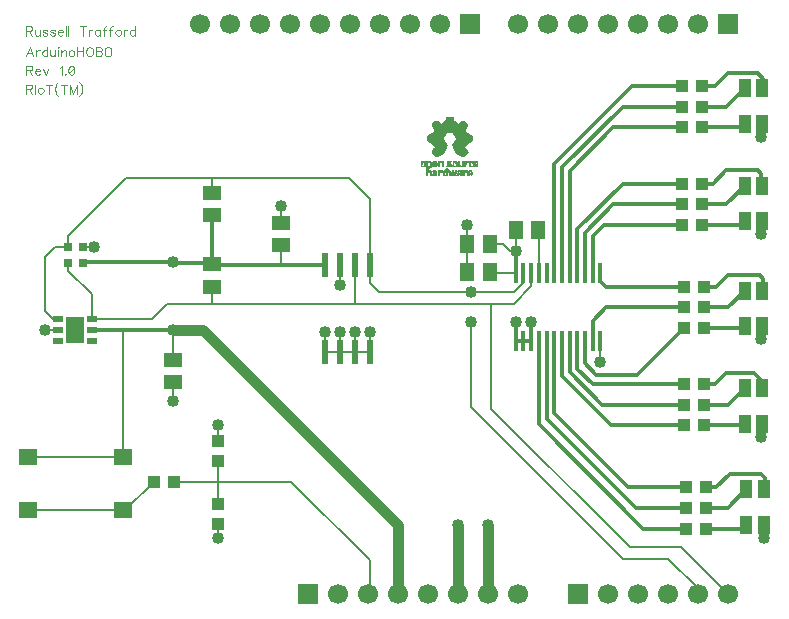
<source format=gtl>
G04 DipTrace 3.1.0.0*
G04 ArduinoUnoHOBO.gtl*
%MOIN*%
G04 #@! TF.FileFunction,Copper,L1,Top*
G04 #@! TF.Part,Single*
%ADD12C,0.003*%
G04 #@! TA.AperFunction,Conductor*
%ADD11C,0.006*%
%ADD13C,0.036*%
%ADD14C,0.012*%
G04 #@! TA.AperFunction,ComponentPad*
%ADD17R,0.066929X0.066929*%
%ADD18C,0.066929*%
%ADD19R,0.03937X0.043307*%
%ADD20R,0.051181X0.059055*%
%ADD21R,0.059055X0.051181*%
%ADD22R,0.023622X0.07874*%
%ADD24R,0.033465X0.019685*%
%ADD25R,0.062992X0.086614*%
%ADD27R,0.043307X0.059055*%
%ADD29R,0.027559X0.029528*%
%ADD30R,0.043307X0.03937*%
%ADD33R,0.062992X0.055118*%
%ADD34R,0.015748X0.070866*%
G04 #@! TA.AperFunction,ViaPad*
%ADD35C,0.04*%
%ADD68C,0.004632*%
%FSLAX26Y26*%
G04*
G70*
G90*
G75*
G01*
G04 Top*
%LPD*%
X1794000Y494000D2*
D13*
Y725432D1*
X1144079Y1375353D1*
X1044068D1*
D14*
X877728D1*
X775392D1*
X775290Y1375251D1*
X1175332Y1593921D2*
Y1756848D1*
X744037Y1597232D2*
Y1600377D1*
X1044068D1*
Y1597232D1*
X1172021D1*
X1175332Y1593921D1*
X1550371Y1591684D2*
X1406709D1*
X1177570D1*
X1175332Y1593921D1*
X1406709Y1656735D2*
D11*
Y1591684D1*
X1044068Y1275343D2*
Y1375353D1*
X877728Y950308D2*
X562768D1*
X877728D2*
Y1375353D1*
X3009573Y1062820D2*
D14*
X3006774D1*
Y1019066D1*
X3009573Y1387854D2*
X3006774D1*
Y1344100D1*
X3009573Y1737891D2*
X3006774D1*
Y1694136D1*
X3009573Y2062925D2*
X3006774D1*
Y2019171D1*
X3015555Y725239D2*
Y681530D1*
X2187938Y1566196D2*
Y1637881D1*
Y1337849D2*
X2213529D1*
X2239119D2*
X2213529D1*
X2187938D2*
Y1400356D1*
X2239119Y1337849D2*
Y1400356D1*
X2188143Y1706638D2*
D11*
X2187938Y1637881D1*
Y1566196D2*
X2103357D1*
X2100429Y1569123D1*
Y1662883D2*
X2144184D1*
X2169186Y1637881D1*
X2187938D1*
X1550371Y1300345D2*
X1600371D1*
X1650371D2*
X1600371D1*
X1700371D2*
X1650371D1*
X1406709Y1731538D2*
Y1787896D1*
X1600371Y1591684D2*
Y1525369D1*
Y1300345D2*
Y1369102D1*
X1650382Y1300345D2*
Y1369102D1*
X1700371Y1300345D2*
Y1369102D1*
X1550371Y1300345D2*
Y1369102D1*
X1994000Y494000D2*
D13*
Y725285D1*
X2094000Y494000D2*
Y725463D1*
X1044068Y1200539D2*
D11*
Y1137828D1*
X2469434Y1337849D2*
Y1269092D1*
X744037Y1650382D2*
X781541D1*
X661117Y1375251D2*
X619126Y1375353D1*
X2025626Y1662883D2*
Y1725390D1*
Y1569123D2*
Y1662883D1*
X1194084Y1004736D2*
Y1056570D1*
Y727113D2*
Y681530D1*
X2315891Y1337849D2*
D14*
Y1097385D1*
X2562978Y850298D1*
X2754537D1*
X2290301Y1337849D2*
Y1079220D1*
X2587980Y781541D1*
X2754537D1*
X2264710Y1337849D2*
Y1061056D1*
X2612983Y712783D1*
X2754240D1*
X2754286Y712738D1*
X2392663Y1337849D2*
Y1245636D1*
X2444215Y1194084D1*
X2748298D1*
X2748304Y1194077D1*
X2367072Y1337849D2*
Y1233723D1*
X2475469Y1125327D1*
X2748286D1*
X2341482Y1337849D2*
Y1221810D1*
X2506722Y1056570D1*
X2748303D1*
X2748304Y1056571D1*
X2469434Y1566203D2*
Y1537654D1*
X2487970Y1519118D1*
X2748286D1*
X2443844Y1337849D2*
Y1406235D1*
X2487970Y1450361D1*
X2748286D1*
X2418253Y1337849D2*
Y1263801D1*
X2456717Y1225337D1*
X2592037D1*
X2748304Y1381605D1*
X2392663Y1566196D2*
Y1711341D1*
X2544226Y1862904D1*
X2742035D1*
X2418253Y1566196D2*
Y1699428D1*
X2512972Y1794147D1*
X2742035D1*
X2443844Y1566196D2*
Y1687514D1*
X2481720Y1725391D1*
X2742054D1*
X2315891Y1566196D2*
Y1928350D1*
X2575479Y2187938D1*
X2742173D1*
X2742304Y2188070D1*
X2341482Y1566196D2*
Y1916437D1*
X2544226Y2119181D1*
X2742173D1*
X2742304Y2119312D1*
X2367072Y1566196D2*
Y1904524D1*
X2512974Y2050425D1*
X2742054D1*
X877728Y773143D2*
D11*
X562768D1*
X877728D2*
X885655D1*
X981562Y869050D1*
X2264710Y1566196D2*
Y1704874D1*
X2262946Y1706638D1*
X2821466Y781541D2*
D14*
X2894692D1*
X2956500Y843349D1*
X2815215Y1450361D2*
X2894915D1*
X2950518Y1505965D1*
X2815215Y1125327D2*
X2894915D1*
X2950518Y1180930D1*
X2809234Y2119312D2*
X2888795D1*
X2950518Y2181035D1*
X2808965Y1794147D2*
X2888664D1*
X2950518Y1856001D1*
X2821466Y850298D2*
X2856759D1*
X2900513Y894052D1*
X3006774D1*
X3019276Y881551D1*
Y847070D1*
X3015555Y843349D1*
X2815215Y1519118D2*
X2856759D1*
X2894262Y1556622D1*
X3000524D1*
X3013025Y1544121D1*
Y1509416D1*
X3009573Y1505965D1*
X2815234Y1194077D2*
X2850501D1*
X2888012Y1231588D1*
X2981772D1*
X3006774Y1206585D1*
Y1180930D1*
X3009573D1*
X2809234Y2188070D2*
X2850639D1*
X2894262Y2231693D1*
X2994273D1*
X3013025Y2212941D1*
Y2184487D1*
X3009573Y2181035D1*
X2808965Y1862904D2*
X2844257D1*
X2888012Y1906659D1*
X2994273D1*
X3006774Y1894157D1*
Y1858801D1*
X3009573Y1856001D1*
X2821215Y712738D2*
X2943999D1*
X2956500Y725239D1*
X2815234Y1381605D2*
X2944269D1*
X2950518Y1387854D1*
X2815234Y1056571D2*
X2944269D1*
X2950518Y1062820D1*
X2808983Y2050425D2*
X2938018D1*
X2950518Y2062925D1*
X2808983Y1725391D2*
X2938018D1*
X2950518Y1737891D1*
X1048491Y869050D2*
D11*
X1194084D1*
X1437860D1*
X1700387Y606522D1*
Y500387D1*
X1694000Y494000D1*
X1194084Y937807D2*
Y869050D1*
Y794042D2*
Y869050D1*
X2239119Y1566196D2*
Y1520294D1*
X2181688Y1462862D1*
X2106680D1*
X1650371D1*
Y1591684D1*
X696793Y1597232D2*
Y1572613D1*
X775290Y1494115D1*
Y1412652D1*
X1650371Y1462862D2*
X1175332D1*
X1025316D1*
X975106Y1412652D1*
X775290D1*
X1175332Y1519118D2*
Y1462862D1*
X2894000Y494000D2*
Y494273D1*
X2737996Y650277D1*
X2569228D1*
X2106680Y1112825D1*
Y1462862D1*
X2213529Y1566196D2*
Y1532207D1*
X2181688Y1500366D1*
X2037923D1*
X1731640D1*
X1700387Y1531619D1*
Y1591668D1*
X1700371Y1591684D1*
X696793Y1650382D2*
X650277D1*
X619024Y1619129D1*
Y1437860D1*
X644026Y1412857D1*
X660912D1*
X661117Y1412652D1*
X1700371Y1591684D2*
Y1812915D1*
X1631630Y1881656D1*
X1175332D1*
X887802D1*
X694031Y1687886D1*
Y1653143D1*
X696793Y1650382D1*
X1175332Y1831651D2*
Y1881656D1*
X2794000Y494000D2*
Y513014D1*
X2694241Y612773D1*
X2544226D1*
X2037923Y1119076D1*
Y1400356D1*
D35*
X1044068Y1375353D3*
Y1600377D3*
X3006774Y1019066D3*
Y1344100D3*
Y1694136D3*
Y2019171D3*
X3015555Y681530D3*
X2187938Y1637881D3*
Y1400356D3*
X2239119D3*
X1406709Y1787896D3*
X1600371Y1525369D3*
Y1369102D3*
X1650382D3*
X1700371D3*
X1550371D3*
X1994000Y725285D3*
X2094000Y725463D3*
X1044068Y1137828D3*
X2469434Y1269092D3*
X781541Y1650382D3*
X619126Y1375353D3*
X2025626Y1725390D3*
X1194084Y1056570D3*
Y681530D3*
X2037923Y1400356D3*
Y1500366D3*
D17*
X2394000Y494000D3*
D18*
X2494000D3*
X2594000D3*
X2694000D3*
X2794000D3*
X2894000D3*
D19*
X1194084Y794042D3*
Y727113D3*
D20*
X2100429Y1569123D3*
X2025626D3*
X2100429Y1662883D3*
X2025626D3*
D21*
X1044068Y1275343D3*
Y1200539D3*
X1406709Y1656735D3*
Y1731538D3*
D17*
X2894000Y2394000D3*
D18*
X2794000D3*
X2694000D3*
X2594000D3*
X2494000D3*
X2394000D3*
X2294000D3*
X2194000D3*
D17*
X2034000D3*
D18*
X1934000D3*
X1834000D3*
X1734000D3*
X1634000D3*
X1534000D3*
X1434000D3*
X1334000D3*
X1234000D3*
X1134000D3*
D22*
X1550371Y1300345D3*
X1600371D3*
X1650371D3*
X1700371D3*
Y1591684D3*
X1650371D3*
X1600371D3*
X1550371D3*
D24*
X661117Y1412652D3*
Y1375251D3*
Y1337849D3*
X775290D3*
Y1375251D3*
Y1412652D3*
D25*
X718203Y1375251D3*
D27*
X2956500Y725239D3*
X3015555D3*
X2956500Y843349D3*
X3015555D3*
X2950518Y1387854D3*
X3009573D3*
X2950518Y1505965D3*
X3009573D3*
X2950518Y1062820D3*
X3009573D3*
X2950518Y1180930D3*
X3009573D3*
X2950518Y2062925D3*
X3009573D3*
X2950518Y2181035D3*
X3009573D3*
X2950518Y1737891D3*
X3009573D3*
X2950518Y1856001D3*
X3009573D3*
D29*
X744037Y1650382D3*
X696793D3*
X744037Y1597232D3*
X696793D3*
D17*
X1494000Y494000D3*
D18*
X1594000D3*
X1694000D3*
X1794000D3*
X1894000D3*
X1994000D3*
X2094000D3*
X2194000D3*
D20*
X2262946Y1706638D3*
X2188143D3*
D19*
X1194084Y937807D3*
Y1004736D3*
D30*
X981562Y869050D3*
X1048491D3*
D21*
X1175332Y1831651D3*
Y1756848D3*
Y1519118D3*
Y1593921D3*
D30*
X2754537Y850298D3*
X2821466D3*
X2748286Y1519118D3*
X2815215D3*
X2748304Y1194077D3*
X2815234D3*
X2742304Y2188070D3*
X2809234D3*
X2742035Y1862904D3*
X2808965D3*
X2754537Y781541D3*
X2821466D3*
X2748286Y1450361D3*
X2815215D3*
X2748286Y1125327D3*
X2815215D3*
X2742304Y2119312D3*
X2809234D3*
X2742035Y1794147D3*
X2808965D3*
X2754286Y712738D3*
X2821215D3*
X2748304Y1381605D3*
X2815234D3*
X2748304Y1056571D3*
X2815234D3*
X2742054Y2050425D3*
X2808983D3*
X2742054Y1725391D3*
X2808983D3*
D33*
X562768Y950308D3*
X877728D3*
X562768Y773143D3*
X877728D3*
D34*
X2187938Y1337849D3*
X2213529D3*
X2239119D3*
X2264710D3*
X2290301D3*
X2315891D3*
X2341482D3*
X2367072D3*
X2392663D3*
X2418253D3*
X2443844D3*
X2469434D3*
Y1566203D3*
X2443844Y1566196D3*
X2418253D3*
X2392663D3*
X2367072D3*
X2341482D3*
X2315891D3*
X2290301D3*
X2264710D3*
X2239119D3*
X2213529D3*
X2187938D3*
X1956155Y2084928D2*
D12*
X1977155D1*
X1955129Y2081928D2*
X1978180D1*
X1954213Y2078928D2*
X1979097D1*
X1953410Y2075928D2*
X1979900D1*
X1917155Y2072928D2*
X1923155D1*
X1952489D2*
X1980821D1*
X2010155D2*
X2013155D1*
X1914167Y2069928D2*
X1927208D1*
X1949664D2*
X1983646D1*
X2006102D2*
X2016607D1*
X1911295Y2066928D2*
X1931227D1*
X1945701D2*
X1987608D1*
X2002082D2*
X2020222D1*
X1908912Y2063928D2*
X1935155D1*
X1941155D2*
X1992155D1*
X1998155D2*
X2023382D1*
X1907129Y2060928D2*
X2025783D1*
X1907301Y2057928D2*
X2025858D1*
X1908729Y2054928D2*
X2024512D1*
X1910376Y2051928D2*
X2022906D1*
X1912202Y2048928D2*
X2021098D1*
X1913963Y2045928D2*
X2019343D1*
X1915389Y2042928D2*
X2017920D1*
X1915144Y2039928D2*
X2018166D1*
X1914422Y2036928D2*
X2018888D1*
X1912363Y2033928D2*
X2020947D1*
X1907562Y2030928D2*
X1956167D1*
X1977143D2*
X2025748D1*
X1901689Y2027928D2*
X1953272D1*
X1980026D2*
X2031621D1*
X1896446Y2024928D2*
X1950666D1*
X1982538D2*
X2036864D1*
X1892502Y2021928D2*
X1948513D1*
X1984435D2*
X2040808D1*
X1891260Y2018928D2*
X1946888D1*
X1985914D2*
X2042049D1*
X1890612Y2015928D2*
X1945685D1*
X1987452D2*
X2042697D1*
X1890365Y2012928D2*
X1945925D1*
X1989155D2*
X2042945D1*
X1890329Y2009928D2*
X1946511D1*
X1987283D2*
X2042981D1*
X1891443Y2006928D2*
X1947401D1*
X1985455D2*
X2041867D1*
X1895651Y2003928D2*
X1948931D1*
X1983372D2*
X2037659D1*
X1901064Y2000928D2*
X1951276D1*
X1980846D2*
X2032245D1*
X1906136Y1997928D2*
X1953944D1*
X1978337D2*
X2027174D1*
X1909905Y1994928D2*
X1956366D1*
X1976310D2*
X2023405D1*
X1912644Y1991928D2*
X1956953D1*
X1976076D2*
X2020665D1*
X1914932Y1988928D2*
X1956231D1*
X1976943D2*
X2018378D1*
X1917155Y1985928D2*
X1955229D1*
X1978024D2*
X2016155D1*
X1915180Y1982928D2*
X1954190D1*
X1979098D2*
X2018118D1*
X1913085Y1979928D2*
X1953191D1*
X1980110D2*
X2020119D1*
X1910783Y1976928D2*
X1952053D1*
X1981253D2*
X2022166D1*
X1908693Y1973928D2*
X1950749D1*
X1982548D2*
X2024128D1*
X1907075Y1970928D2*
X1949285D1*
X1983919D2*
X2026097D1*
X1907329Y1967928D2*
X1947294D1*
X1985633D2*
X2028155D1*
X1909203Y1964928D2*
X1944590D1*
X1987929D2*
X2025155D1*
X1911597Y1961928D2*
X1938764D1*
X1993778D2*
X2022155D1*
X1914316Y1958928D2*
X1932418D1*
X2000462D2*
X2019155D1*
X1917155Y1955928D2*
X1926155D1*
X2007155D2*
X2016155D1*
X1872155Y1937928D2*
X1884155D1*
X1890155D2*
X1902155D1*
X1911155D2*
X1923155D1*
X1929155D2*
X1944155D1*
X1959155D2*
X1971155D1*
X1977155D2*
X1989155D1*
X1995155D2*
X1998155D1*
X2007155D2*
X2058155D1*
X1872155Y1934928D2*
X1884155D1*
X1890155D2*
X1923155D1*
X1929155D2*
X1944155D1*
X1957942D2*
X1969749D1*
X1977155D2*
X1998278D1*
X2007155D2*
X2058155D1*
X1872155Y1931928D2*
X1875706D1*
X1881155D2*
X1884155D1*
X1890155D2*
X1893155D1*
X1902155D2*
X1914155D1*
X1920155D2*
X1932155D1*
X1941155D2*
X1944155D1*
X1957929D2*
X1968155D1*
X1977155D2*
X1980155D1*
X1985603D2*
X1998744D1*
X2007155D2*
X2022744D1*
X2031155D2*
X2034155D1*
X2042603D2*
X2052155D1*
X2058155D2*
D3*
X1872155Y1928928D2*
X1873759D1*
X1881155D2*
X1884155D1*
X1890155D2*
X1893155D1*
X1902155D2*
X1932155D1*
X1941155D2*
X1944155D1*
X1957937D2*
X1971155D1*
X1977155D2*
X1980155D1*
X1987551D2*
X1999770D1*
X2007155D2*
X2020990D1*
X2031155D2*
X2034155D1*
X2044551D2*
X2058155D1*
X1872155Y1925928D2*
D3*
X1881155D2*
X1884155D1*
X1890155D2*
X1893155D1*
X1902155D2*
X1932155D1*
X1941155D2*
X1944155D1*
X1957541D2*
X1980155D1*
X1989155D2*
X2001155D1*
X2007155D2*
X2019982D1*
X2031155D2*
X2034155D1*
X2046155D2*
X2058155D1*
X1872155Y1922928D2*
X1884155D1*
X1890155D2*
X1923155D1*
X1929155D2*
X1932155D1*
X1941155D2*
X1944155D1*
X1956865D2*
X2019472D1*
X2031155D2*
X2058155D1*
X1872155Y1919928D2*
X1884155D1*
X1890155D2*
X1907510D1*
X1911155D2*
X1923155D1*
X1929155D2*
X1932155D1*
X1941155D2*
X1944155D1*
X1956155D2*
X1971155D1*
X1977155D2*
X1989155D1*
X1998155D2*
X2019155D1*
X2031155D2*
X2058155D1*
X1890155Y1916928D2*
X1900450D1*
X1890155Y1913928D2*
X1895510D1*
X1956155D2*
X1959155D1*
X1890155Y1910928D2*
X1893155D1*
X1951936D2*
X1961812D1*
X1890155Y1907928D2*
X1902155D1*
X1911155D2*
X1920155D1*
X1929155D2*
X1941155D1*
X1947155D2*
X1964904D1*
X1974155D2*
X1977155D1*
X1986155D2*
X1989155D1*
X1995155D2*
X2004155D1*
X2010155D2*
X2025155D1*
X2031155D2*
X2037155D1*
X1890155Y1904928D2*
X1921540D1*
X1929155D2*
X1968155D1*
X1974155D2*
X1977155D1*
X1986155D2*
X2038992D1*
X1890155Y1901928D2*
X1905155D1*
X1911155D2*
X1914155D1*
X1920155D2*
X1922401D1*
X1929155D2*
X1989155D1*
X1995155D2*
D3*
X2001155D2*
X2031155D1*
X2037155D2*
X2040483D1*
X1890155Y1898928D2*
X1893155D1*
X1902155D2*
X1905155D1*
X1911155D2*
X1922838D1*
X1929155D2*
X1932155D1*
X1944155D2*
X1947155D1*
X1956155D2*
X1959155D1*
X1965155D2*
X2016155D1*
X2025155D2*
X2041602D1*
X1890155Y1895928D2*
X1893155D1*
X1902155D2*
X1923039D1*
X1929155D2*
X1932155D1*
X1944155D2*
X1947155D1*
X1956155D2*
X1959155D1*
X1965155D2*
X1986155D1*
X1992155D2*
X2016155D1*
X2025155D2*
X2041077D1*
X1890155Y1892928D2*
X1893155D1*
X1902155D2*
X1914155D1*
X1920155D2*
X1923155D1*
X1929155D2*
X1932155D1*
X1944155D2*
X1959155D1*
X1965155D2*
X1995155D1*
X2001155D2*
X2016155D1*
X2025155D2*
X2031155D1*
X2037155D2*
X2040155D1*
X1956155Y2084928D2*
X1955129Y2081928D1*
X1954213Y2078928D1*
X1953410Y2075928D1*
X1952489Y2072928D1*
X1949664Y2069928D1*
X1945701Y2066928D1*
X1941155Y2063928D1*
X1977155Y2084928D2*
X1978180Y2081928D1*
X1979097Y2078928D1*
X1979900Y2075928D1*
X1980821Y2072928D1*
X1983646Y2069928D1*
X1987608Y2066928D1*
X1992155Y2063928D1*
X1917155Y2072928D2*
X1914167Y2069928D1*
X1911295Y2066928D1*
X1908912Y2063928D1*
X1907129Y2060928D1*
X1907301Y2057928D1*
X1908729Y2054928D1*
X1910376Y2051928D1*
X1912202Y2048928D1*
X1913963Y2045928D1*
X1915389Y2042928D1*
X1915144Y2039928D1*
X1914422Y2036928D1*
X1912363Y2033928D1*
X1907562Y2030928D1*
X1901689Y2027928D1*
X1896446Y2024928D1*
X1892502Y2021928D1*
X1891260Y2018928D1*
X1890612Y2015928D1*
X1890365Y2012928D1*
X1890329Y2009928D1*
X1891443Y2006928D1*
X1895651Y2003928D1*
X1901064Y2000928D1*
X1906136Y1997928D1*
X1909905Y1994928D1*
X1912644Y1991928D1*
X1914932Y1988928D1*
X1917155Y1985928D1*
X1915180Y1982928D1*
X1913085Y1979928D1*
X1910783Y1976928D1*
X1908693Y1973928D1*
X1907075Y1970928D1*
X1907329Y1967928D1*
X1909203Y1964928D1*
X1911597Y1961928D1*
X1914316Y1958928D1*
X1917155Y1955928D1*
X1923155Y2072928D2*
X1927208Y2069928D1*
X1931227Y2066928D1*
X1935155Y2063928D1*
X2010155Y2072928D2*
X2006102Y2069928D1*
X2002082Y2066928D1*
X1998155Y2063928D1*
X2013155Y2072928D2*
X2016607Y2069928D1*
X2020222Y2066928D1*
X2023382Y2063928D1*
X2025783Y2060928D1*
X2025858Y2057928D1*
X2024512Y2054928D1*
X2022906Y2051928D1*
X2021098Y2048928D1*
X2019343Y2045928D1*
X2017920Y2042928D1*
X2018166Y2039928D1*
X2018888Y2036928D1*
X2020947Y2033928D1*
X2025748Y2030928D1*
X2031621Y2027928D1*
X2036864Y2024928D1*
X2040808Y2021928D1*
X2042049Y2018928D1*
X2042697Y2015928D1*
X2042945Y2012928D1*
X2042981Y2009928D1*
X2041867Y2006928D1*
X2037659Y2003928D1*
X2032245Y2000928D1*
X2027174Y1997928D1*
X2023405Y1994928D1*
X2020665Y1991928D1*
X2018378Y1988928D1*
X2016155Y1985928D1*
X2018118Y1982928D1*
X2020119Y1979928D1*
X2022166Y1976928D1*
X2024128Y1973928D1*
X2026097Y1970928D1*
X2028155Y1967928D1*
X2025155Y1964928D1*
X2022155Y1961928D1*
X2019155Y1958928D1*
X2016155Y1955928D1*
X1959155Y2033928D2*
X1956167Y2030928D1*
X1953272Y2027928D1*
X1950666Y2024928D1*
X1948513Y2021928D1*
X1946888Y2018928D1*
X1945685Y2015928D1*
X1945925Y2012928D1*
X1946511Y2009928D1*
X1947401Y2006928D1*
X1948931Y2003928D1*
X1951276Y2000928D1*
X1953944Y1997928D1*
X1956366Y1994928D1*
X1956953Y1991928D1*
X1956231Y1988928D1*
X1955229Y1985928D1*
X1954190Y1982928D1*
X1953191Y1979928D1*
X1952053Y1976928D1*
X1950749Y1973928D1*
X1949285Y1970928D1*
X1947294Y1967928D1*
X1944590Y1964928D1*
X1938764Y1961928D1*
X1932418Y1958928D1*
X1926155Y1955928D1*
X1974155Y2033928D2*
X1977143Y2030928D1*
X1980026Y2027928D1*
X1982538Y2024928D1*
X1984435Y2021928D1*
X1985914Y2018928D1*
X1987452Y2015928D1*
X1989155Y2012928D1*
X1987283Y2009928D1*
X1985455Y2006928D1*
X1983372Y2003928D1*
X1980846Y2000928D1*
X1978337Y1997928D1*
X1976310Y1994928D1*
X1976076Y1991928D1*
X1976943Y1988928D1*
X1978024Y1985928D1*
X1979098Y1982928D1*
X1980110Y1979928D1*
X1981253Y1976928D1*
X1982548Y1973928D1*
X1983919Y1970928D1*
X1985633Y1967928D1*
X1987929Y1964928D1*
X1993778Y1961928D1*
X2000462Y1958928D1*
X2007155Y1955928D1*
X1872155Y1937928D2*
Y1934928D1*
Y1931928D1*
Y1928928D1*
Y1925928D1*
Y1922928D1*
Y1919928D1*
X1884155Y1937928D2*
Y1934928D1*
Y1931928D1*
Y1928928D1*
Y1925928D1*
Y1922928D1*
Y1919928D1*
X1890155Y1937928D2*
Y1934928D1*
Y1931928D1*
Y1928928D1*
Y1925928D1*
Y1922928D1*
Y1919928D1*
Y1916928D1*
Y1913928D1*
Y1910928D1*
Y1907928D1*
Y1904928D1*
Y1901928D1*
Y1898928D1*
Y1895928D1*
Y1892928D1*
X1902155Y1937928D2*
X1911155D2*
X1923155D2*
Y1934928D1*
X1929155Y1937928D2*
Y1934928D1*
X1944155Y1937928D2*
Y1934928D1*
Y1931928D1*
Y1928928D1*
Y1925928D1*
Y1922928D1*
Y1919928D1*
X1959155Y1937928D2*
X1957942Y1934928D1*
X1957929Y1931928D1*
X1957937Y1928928D1*
X1957541Y1925928D1*
X1956865Y1922928D1*
X1956155Y1919928D1*
X1971155Y1937928D2*
X1969749Y1934928D1*
X1968155Y1931928D1*
X1971155Y1928928D1*
X1977155Y1937928D2*
Y1934928D1*
Y1931928D1*
Y1928928D1*
X1989155Y1937928D2*
X1995155D2*
X1998155D2*
X1998278Y1934928D1*
X1998744Y1931928D1*
X1999770Y1928928D1*
X2001155Y1925928D1*
X2007155Y1937928D2*
Y1934928D1*
Y1931928D1*
Y1928928D1*
Y1925928D1*
X2058155Y1937928D2*
Y1934928D1*
Y1931928D1*
Y1928928D1*
Y1925928D1*
Y1922928D1*
Y1919928D1*
X1878155Y1934928D2*
X1875706Y1931928D1*
X1873759Y1928928D1*
X1872155Y1925928D1*
X1881155Y1934928D2*
Y1931928D1*
Y1928928D1*
Y1925928D1*
X1893155Y1934928D2*
Y1931928D1*
Y1928928D1*
Y1925928D1*
X1902155Y1934928D2*
Y1931928D1*
Y1928928D1*
Y1925928D1*
X1917155Y1934928D2*
X1914155Y1931928D1*
X1917155Y1934928D2*
X1920155Y1931928D1*
X1932155Y1934928D2*
Y1931928D1*
Y1928928D1*
Y1925928D1*
Y1922928D1*
Y1919928D1*
X1941155Y1934928D2*
Y1931928D1*
Y1928928D1*
Y1925928D1*
Y1922928D1*
Y1919928D1*
X1980155Y1934928D2*
Y1931928D1*
Y1928928D1*
Y1925928D1*
X1983155Y1934928D2*
X1985603Y1931928D1*
X1987551Y1928928D1*
X1989155Y1925928D1*
X2025155Y1934928D2*
X2022744Y1931928D1*
X2020990Y1928928D1*
X2019982Y1925928D1*
X2019472Y1922928D1*
X2019155Y1919928D1*
X2031155Y1934928D2*
Y1931928D1*
Y1928928D1*
Y1925928D1*
Y1922928D1*
Y1919928D1*
X2034155Y1934928D2*
Y1931928D1*
Y1928928D1*
Y1925928D1*
X2040155Y1934928D2*
X2042603Y1931928D1*
X2044551Y1928928D1*
X2046155Y1925928D1*
X2055155Y1934928D2*
X2052155Y1931928D1*
X1923155Y1925928D2*
Y1922928D1*
Y1919928D1*
X1929155Y1925928D2*
Y1922928D1*
Y1919928D1*
X1917155Y1922928D2*
X1907510Y1919928D1*
X1900450Y1916928D1*
X1895510Y1913928D1*
X1893155Y1910928D1*
X1902155Y1907928D1*
X1908155Y1922928D2*
X1911155Y1919928D1*
X1974155Y1922928D2*
X1971155Y1919928D1*
X1974155Y1922928D2*
X1977155Y1919928D1*
X1992155Y1922928D2*
X1989155Y1919928D1*
X1995155Y1922928D2*
X1998155Y1919928D1*
X1956155Y1913928D2*
X1951936Y1910928D1*
X1947155Y1907928D1*
X1959155Y1913928D2*
X1961812Y1910928D1*
X1964904Y1907928D1*
X1968155Y1904928D1*
X1911155Y1907928D2*
X1920155D2*
X1921540Y1904928D1*
X1922401Y1901928D1*
X1922838Y1898928D1*
X1923039Y1895928D1*
X1923155Y1892928D1*
X1929155Y1907928D2*
Y1904928D1*
Y1901928D1*
Y1898928D1*
Y1895928D1*
Y1892928D1*
X1941155Y1907928D2*
X1974155D2*
Y1904928D1*
X1977155Y1907928D2*
Y1904928D1*
X1986155Y1907928D2*
Y1904928D1*
X1989155Y1907928D2*
X1995155D2*
X2004155D2*
X2010155D2*
X2025155D2*
X2031155D2*
X2037155D2*
X2038992Y1904928D1*
X2040483Y1901928D1*
X2041602Y1898928D1*
X2041077Y1895928D1*
X2040155Y1892928D1*
X1905155Y1904928D2*
Y1901928D1*
Y1898928D1*
X1911155Y1904928D2*
Y1901928D1*
Y1898928D1*
X1917155Y1904928D2*
X1914155Y1901928D1*
X1917155Y1904928D2*
X1920155Y1901928D1*
X1992155Y1904928D2*
X1989155Y1901928D1*
X1992155Y1904928D2*
X1995155Y1901928D1*
X1998155Y1904928D2*
X2001155Y1901928D1*
X2034155Y1904928D2*
X2031155Y1901928D1*
X2034155Y1904928D2*
X2037155Y1901928D1*
X1893155D2*
Y1898928D1*
Y1895928D1*
Y1892928D1*
X1902155Y1901928D2*
Y1898928D1*
Y1895928D1*
Y1892928D1*
X1932155Y1901928D2*
Y1898928D1*
Y1895928D1*
Y1892928D1*
X1944155Y1901928D2*
Y1898928D1*
Y1895928D1*
Y1892928D1*
X1947155Y1901928D2*
Y1898928D1*
Y1895928D1*
X1956155Y1901928D2*
Y1898928D1*
Y1895928D1*
X1959155Y1901928D2*
Y1898928D1*
Y1895928D1*
Y1892928D1*
X1965155Y1901928D2*
Y1898928D1*
Y1895928D1*
Y1892928D1*
X2016155Y1901928D2*
Y1898928D1*
Y1895928D1*
Y1892928D1*
X2025155Y1901928D2*
Y1898928D1*
Y1895928D1*
Y1892928D1*
X1989155Y1898928D2*
X1986155Y1895928D1*
X1989155Y1898928D2*
X1992155Y1895928D1*
X1917155D2*
X1914155Y1892928D1*
X1917155Y1895928D2*
X1920155Y1892928D1*
X1998155Y1895928D2*
X1995155Y1892928D1*
X1998155Y1895928D2*
X2001155Y1892928D1*
X2034155Y1895928D2*
X2031155Y1892928D1*
X2034155Y1895928D2*
X2037155Y1892928D1*
X556517Y2371992D2*
D68*
X569417D1*
X573728Y2373451D1*
X575187Y2374877D1*
X576613Y2377729D1*
Y2380614D1*
X575187Y2383466D1*
X573728Y2384925D1*
X569417Y2386351D1*
X556517D1*
Y2356207D1*
X566565Y2371992D2*
X576613Y2356207D1*
X585876Y2376303D2*
Y2361944D1*
X587302Y2357666D1*
X590187Y2356207D1*
X594498D1*
X597350Y2357666D1*
X601661Y2361944D1*
Y2376303D2*
Y2356207D1*
X626710Y2371992D2*
X625284Y2374877D1*
X620973Y2376303D1*
X616662D1*
X612351Y2374877D1*
X610925Y2371992D1*
X612351Y2369140D1*
X615236Y2367681D1*
X622399Y2366255D1*
X625284Y2364829D1*
X626710Y2361944D1*
Y2360518D1*
X625284Y2357666D1*
X620973Y2356207D1*
X616662D1*
X612351Y2357666D1*
X610925Y2360518D1*
X651758Y2371992D2*
X650332Y2374877D1*
X646021Y2376303D1*
X641710D1*
X637399Y2374877D1*
X635973Y2371992D1*
X637399Y2369140D1*
X640284Y2367681D1*
X647447Y2366255D1*
X650332Y2364829D1*
X651758Y2361944D1*
Y2360518D1*
X650332Y2357666D1*
X646021Y2356207D1*
X641710D1*
X637399Y2357666D1*
X635973Y2360518D1*
X661022Y2367681D2*
X678233D1*
Y2370566D1*
X676807Y2373451D1*
X675381Y2374877D1*
X672496Y2376303D1*
X668185D1*
X665333Y2374877D1*
X662448Y2371992D1*
X661022Y2367681D1*
Y2364829D1*
X662448Y2360518D1*
X665333Y2357666D1*
X668185Y2356207D1*
X672496D1*
X675381Y2357666D1*
X678233Y2360518D1*
X687496Y2386351D2*
Y2356207D1*
X696760Y2386351D2*
Y2356207D1*
X745232Y2386351D2*
Y2356207D1*
X735184Y2386351D2*
X755280D1*
X764544Y2376303D2*
Y2356207D1*
Y2367681D2*
X766003Y2371992D1*
X768855Y2374877D1*
X771740Y2376303D1*
X776051D1*
X802525D2*
Y2356207D1*
Y2371992D2*
X799673Y2374877D1*
X796788Y2376303D1*
X792510D1*
X789625Y2374877D1*
X786773Y2371992D1*
X785314Y2367681D1*
Y2364829D1*
X786773Y2360518D1*
X789625Y2357666D1*
X792510Y2356207D1*
X796788D1*
X799673Y2357666D1*
X802525Y2360518D1*
X823263Y2386351D2*
X820411D1*
X817526Y2384925D1*
X816100Y2380614D1*
Y2356207D1*
X811789Y2376303D2*
X821837D1*
X844000Y2386351D2*
X841148D1*
X838263Y2384925D1*
X836837Y2380614D1*
Y2356207D1*
X832526Y2376303D2*
X842574D1*
X860427D2*
X857575Y2374877D1*
X854690Y2371992D1*
X853264Y2367681D1*
Y2364829D1*
X854690Y2360518D1*
X857575Y2357666D1*
X860427Y2356207D1*
X864738D1*
X867623Y2357666D1*
X870475Y2360518D1*
X871934Y2364829D1*
Y2367681D1*
X870475Y2371992D1*
X867623Y2374877D1*
X864738Y2376303D1*
X860427D1*
X881197D2*
Y2356207D1*
Y2367681D2*
X882656Y2371992D1*
X885508Y2374877D1*
X888393Y2376303D1*
X892704D1*
X919179Y2386351D2*
Y2356207D1*
Y2371992D2*
X916327Y2374877D1*
X913442Y2376303D1*
X909131D1*
X906279Y2374877D1*
X903394Y2371992D1*
X901968Y2367681D1*
Y2364829D1*
X903394Y2360518D1*
X906279Y2357666D1*
X909131Y2356207D1*
X913442D1*
X916327Y2357666D1*
X919179Y2360518D1*
X579498Y2287450D2*
X567991Y2317594D1*
X556517Y2287450D1*
X560828Y2297498D2*
X575187D1*
X588761Y2307546D2*
Y2287450D1*
Y2298924D2*
X590220Y2303235D1*
X593072Y2306120D1*
X595957Y2307546D1*
X600268D1*
X626743Y2317594D2*
Y2287450D1*
Y2303235D2*
X623891Y2306120D1*
X621006Y2307546D1*
X616695D1*
X613843Y2306120D1*
X610958Y2303235D1*
X609532Y2298924D1*
Y2296072D1*
X610958Y2291761D1*
X613843Y2288909D1*
X616695Y2287450D1*
X621006D1*
X623891Y2288909D1*
X626743Y2291761D1*
X636006Y2307546D2*
Y2293187D1*
X637432Y2288909D1*
X640317Y2287450D1*
X644628D1*
X647480Y2288909D1*
X651791Y2293187D1*
Y2307546D2*
Y2287450D1*
X661055Y2317594D2*
X662481Y2316168D1*
X663940Y2317594D1*
X662481Y2319053D1*
X661055Y2317594D1*
X662481Y2307546D2*
Y2287450D1*
X673204Y2307546D2*
Y2287450D1*
Y2301809D2*
X677515Y2306120D1*
X680400Y2307546D1*
X684678D1*
X687563Y2306120D1*
X688989Y2301809D1*
Y2287450D1*
X705415Y2307546D2*
X702563Y2306120D1*
X699678Y2303235D1*
X698252Y2298924D1*
Y2296072D1*
X699678Y2291761D1*
X702563Y2288909D1*
X705415Y2287450D1*
X709726D1*
X712611Y2288909D1*
X715463Y2291761D1*
X716922Y2296072D1*
Y2298924D1*
X715463Y2303235D1*
X712611Y2306120D1*
X709726Y2307546D1*
X705415D1*
X726186Y2317594D2*
Y2287450D1*
X746282Y2317594D2*
Y2287450D1*
X726186Y2303235D2*
X746282D1*
X764167Y2317594D2*
X761282Y2316168D1*
X758430Y2313283D1*
X756971Y2310431D1*
X755545Y2306120D1*
Y2298924D1*
X756971Y2294646D1*
X758430Y2291761D1*
X761282Y2288909D1*
X764167Y2287450D1*
X769904D1*
X772756Y2288909D1*
X775641Y2291761D1*
X777067Y2294646D1*
X778493Y2298924D1*
Y2306120D1*
X777067Y2310431D1*
X775641Y2313283D1*
X772756Y2316168D1*
X769904Y2317594D1*
X764167D1*
X787757D2*
Y2287450D1*
X800690D1*
X805001Y2288909D1*
X806427Y2290335D1*
X807853Y2293187D1*
Y2297498D1*
X806427Y2300383D1*
X805001Y2301809D1*
X800690Y2303235D1*
X805001Y2304694D1*
X806427Y2306120D1*
X807853Y2308972D1*
Y2311857D1*
X806427Y2314709D1*
X805001Y2316168D1*
X800690Y2317594D1*
X787757D1*
Y2303235D2*
X800690D1*
X825738Y2317594D2*
X822853Y2316168D1*
X820001Y2313283D1*
X818542Y2310431D1*
X817116Y2306120D1*
Y2298924D1*
X818542Y2294646D1*
X820001Y2291761D1*
X822853Y2288909D1*
X825738Y2287450D1*
X831475D1*
X834327Y2288909D1*
X837212Y2291761D1*
X838638Y2294646D1*
X840064Y2298924D1*
Y2306120D1*
X838638Y2310431D1*
X837212Y2313283D1*
X834327Y2316168D1*
X831475Y2317594D1*
X825738D1*
X556517Y2240728D2*
X569417D1*
X573728Y2242187D1*
X575187Y2243613D1*
X576613Y2246465D1*
Y2249350D1*
X575187Y2252202D1*
X573728Y2253661D1*
X569417Y2255087D1*
X556517D1*
Y2224943D1*
X566565Y2240728D2*
X576613Y2224943D1*
X585876Y2236417D2*
X603087D1*
Y2239302D1*
X601661Y2242187D1*
X600235Y2243613D1*
X597350Y2245039D1*
X593039D1*
X590187Y2243613D1*
X587302Y2240728D1*
X585876Y2236417D1*
Y2233565D1*
X587302Y2229254D1*
X590187Y2226402D1*
X593039Y2224943D1*
X597350D1*
X600235Y2226402D1*
X603087Y2229254D1*
X612351Y2245039D2*
X620973Y2224943D1*
X629562Y2245039D1*
X667986Y2249317D2*
X670871Y2250776D1*
X675182Y2255054D1*
Y2224943D1*
X685871Y2227828D2*
X684445Y2226369D1*
X685871Y2224943D1*
X687330Y2226369D1*
X685871Y2227828D1*
X705216Y2255054D2*
X700905Y2253628D1*
X698020Y2249317D1*
X696594Y2242154D1*
Y2237843D1*
X698020Y2230680D1*
X700905Y2226369D1*
X705216Y2224943D1*
X708068D1*
X712379Y2226369D1*
X715231Y2230680D1*
X716690Y2237843D1*
Y2242154D1*
X715231Y2249317D1*
X712379Y2253628D1*
X708068Y2255054D1*
X705216D1*
X715231Y2249317D2*
X698020Y2230680D1*
X556517Y2178222D2*
X569417D1*
X573728Y2179681D1*
X575187Y2181107D1*
X576613Y2183959D1*
Y2186844D1*
X575187Y2189696D1*
X573728Y2191155D1*
X569417Y2192581D1*
X556517D1*
Y2162437D1*
X566565Y2178222D2*
X576613Y2162437D1*
X585876Y2192581D2*
Y2162437D1*
X602303Y2182533D2*
X599451Y2181107D1*
X596566Y2178222D1*
X595140Y2173911D1*
Y2171059D1*
X596566Y2166748D1*
X599451Y2163896D1*
X602303Y2162437D1*
X606614D1*
X609499Y2163896D1*
X612351Y2166748D1*
X613810Y2171059D1*
Y2173911D1*
X612351Y2178222D1*
X609499Y2181107D1*
X606614Y2182533D1*
X602303D1*
X633121Y2192581D2*
Y2162437D1*
X623073Y2192581D2*
X643169D1*
X662481Y2200440D2*
X659596Y2197588D1*
X656744Y2193277D1*
X653859Y2187540D1*
X652433Y2180344D1*
Y2174607D1*
X653859Y2167444D1*
X656744Y2161707D1*
X659596Y2157396D1*
X662481Y2154544D1*
X681792Y2192581D2*
Y2162437D1*
X671744Y2192581D2*
X691840D1*
X724052Y2162437D2*
Y2192581D1*
X712578Y2162437D1*
X701104Y2192581D1*
Y2162437D1*
X733315Y2200440D2*
X736201Y2197588D1*
X739052Y2193277D1*
X741938Y2187540D1*
X743363Y2180344D1*
Y2174607D1*
X741938Y2167444D1*
X739052Y2161707D1*
X736201Y2157396D1*
X733315Y2154544D1*
M02*

</source>
